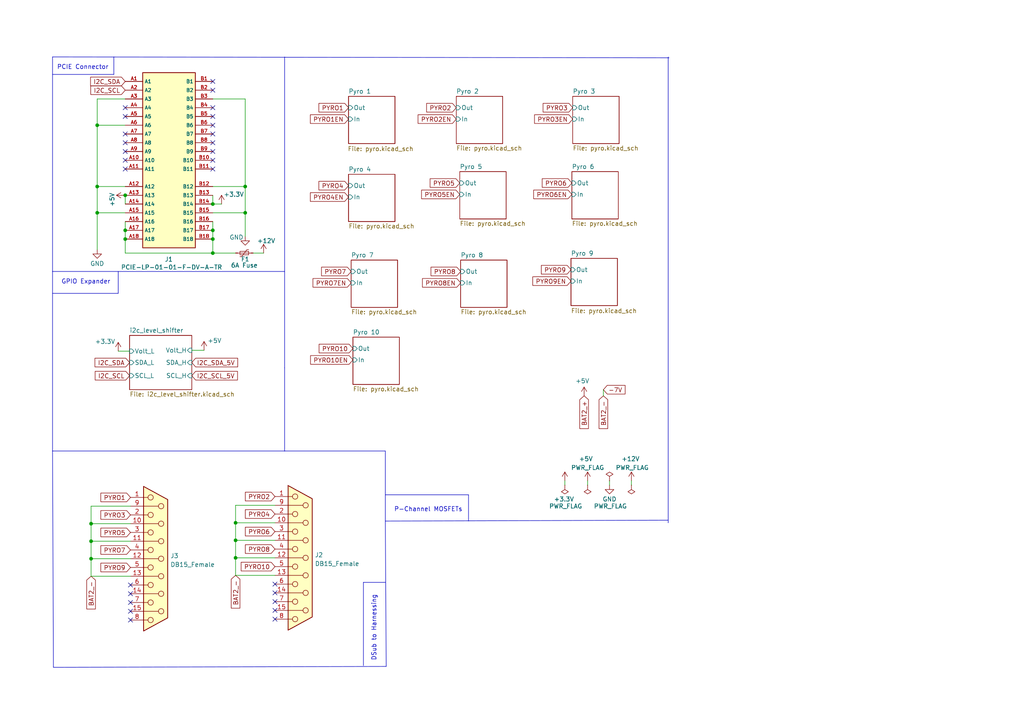
<source format=kicad_sch>
(kicad_sch (version 20230121) (generator eeschema)
  (paper "A4")
  (junction (at -118.364 52.832))
  (junction (at -80.772 125.984))
  (junction (at -70.612 140.208))
  (junction (at 36.322 69.342))
  (junction (at -80.772 12.192))
  (junction (at -80.772 50.292))
  (junction (at -106.172 17.272))
  (junction (at -106.172 12.192))
  (junction (at 61.722 59.182))
  (junction (at -59.182 119.888))
  (junction (at -106.172 47.752))
  (junction (at -80.772 29.972))
  (junction (at 61.722 66.802))
  (junction (at -118.364 75.692))
  (junction (at -68.58 85.852))
  (junction (at 26.416 156.972))
  (junction (at -62.484 1.778))
  (junction (at -118.364 85.852))
  (junction (at -106.172 -0.508))
  (junction (at -118.364 60.452))
  (junction (at -118.364 40.132))
  (junction (at 71.12 61.722))
  (junction (at -106.172 9.652))
  (junction (at -68.58 60.452))
  (junction (at 68.326 151.638))
  (junction (at -118.364 37.592))
  (junction (at -68.58 55.372))
  (junction (at 26.416 162.052))
  (junction (at -68.58 52.832))
  (junction (at 26.416 151.892))
  (junction (at -68.58 37.592))
  (junction (at -106.172 50.292))
  (junction (at -118.364 55.372))
  (junction (at -80.772 2.032))
  (junction (at -68.58 90.932))
  (junction (at -80.772 14.732))
  (junction (at 36.322 56.642))
  (junction (at -68.58 75.692))
  (junction (at 28.194 61.722))
  (junction (at 36.322 66.802))
  (junction (at -68.58 96.012))
  (junction (at -118.364 70.612))
  (junction (at -118.364 24.892))
  (junction (at -12.7 1.778))
  (junction (at 68.326 156.718))
  (junction (at -68.58 65.532))
  (junction (at -80.772 32.512))
  (junction (at -106.172 45.212))
  (junction (at -62.484 6.858))
  (junction (at -118.364 96.012))
  (junction (at 61.722 69.342))
  (junction (at -106.172 29.972))
  (junction (at -118.364 65.532))
  (junction (at -106.172 35.052))
  (junction (at -118.364 90.932))
  (junction (at -80.772 47.752))
  (junction (at 68.326 161.798))
  (junction (at -80.772 9.652))
  (junction (at -80.772 45.212))
  (junction (at -80.772 35.052))
  (junction (at -12.7 6.858))
  (junction (at -80.772 17.272))
  (junction (at -106.172 -3.048))
  (junction (at 61.722 73.406))
  (junction (at 71.12 54.102))
  (junction (at -106.172 2.032))
  (junction (at -106.172 32.512))
  (junction (at 28.194 54.102))
  (junction (at -80.772 -3.048))
  (junction (at -68.58 70.612))
  (junction (at -106.172 14.732))
  (junction (at 28.194 36.322))
  (junction (at -68.58 80.772))
  (junction (at -68.58 24.892))
  (junction (at -68.58 40.132))
  (junction (at -118.364 80.772))
  (junction (at -80.772 -0.508))
  (no_connect (at -50.292 34.798))
  (no_connect (at -24.892 29.718))
  (no_connect (at 61.722 26.162))
  (no_connect (at -80.772 88.392))
  (no_connect (at -50.292 14.478))
  (no_connect (at -50.292 52.578))
  (no_connect (at -50.292 60.198))
  (no_connect (at -24.892 24.638))
  (no_connect (at -80.772 73.152))
  (no_connect (at 79.756 177.038))
  (no_connect (at 61.722 46.482))
  (no_connect (at -24.892 -5.842))
  (no_connect (at -50.292 27.178))
  (no_connect (at -50.292 65.278))
  (no_connect (at -80.772 78.232))
  (no_connect (at -24.892 39.878))
  (no_connect (at 79.756 171.958))
  (no_connect (at 36.322 31.242))
  (no_connect (at 36.322 43.942))
  (no_connect (at 61.722 31.242))
  (no_connect (at 79.756 169.418))
  (no_connect (at -19.558 166.624))
  (no_connect (at -24.892 77.978))
  (no_connect (at 61.722 38.862))
  (no_connect (at -24.892 85.598))
  (no_connect (at 61.722 49.022))
  (no_connect (at 36.322 33.782))
  (no_connect (at -24.892 60.198))
  (no_connect (at 61.722 41.402))
  (no_connect (at -106.172 78.232))
  (no_connect (at 36.322 46.482))
  (no_connect (at -106.172 93.472))
  (no_connect (at -24.892 27.178))
  (no_connect (at -24.892 37.338))
  (no_connect (at -24.892 11.938))
  (no_connect (at -24.892 17.018))
  (no_connect (at -50.292 90.678))
  (no_connect (at -50.292 83.058))
  (no_connect (at -24.892 52.578))
  (no_connect (at -50.292 32.258))
  (no_connect (at -24.892 47.498))
  (no_connect (at -24.892 65.278))
  (no_connect (at -50.292 39.878))
  (no_connect (at -24.892 32.258))
  (no_connect (at -19.558 164.084))
  (no_connect (at -50.292 4.318))
  (no_connect (at -24.892 42.418))
  (no_connect (at 79.756 174.498))
  (no_connect (at 61.722 36.322))
  (no_connect (at -50.292 44.958))
  (no_connect (at 37.846 174.752))
  (no_connect (at -50.292 37.338))
  (no_connect (at -24.892 75.438))
  (no_connect (at -50.292 47.498))
  (no_connect (at -50.292 9.398))
  (no_connect (at -19.558 133.604))
  (no_connect (at -24.892 4.318))
  (no_connect (at -24.892 70.358))
  (no_connect (at -24.892 88.138))
  (no_connect (at -24.892 22.098))
  (no_connect (at -24.892 83.058))
  (no_connect (at 79.756 179.578))
  (no_connect (at -19.558 131.064))
  (no_connect (at -50.292 70.358))
  (no_connect (at -19.558 123.444))
  (no_connect (at -24.892 95.758))
  (no_connect (at 36.322 38.862))
  (no_connect (at -80.772 57.912))
  (no_connect (at 36.322 41.402))
  (no_connect (at -24.892 57.658))
  (no_connect (at -106.172 83.312))
  (no_connect (at 37.846 177.292))
  (no_connect (at -24.892 62.738))
  (no_connect (at -80.772 62.992))
  (no_connect (at 37.846 179.832))
  (no_connect (at -19.558 161.544))
  (no_connect (at -50.292 50.038))
  (no_connect (at -24.892 44.958))
  (no_connect (at -80.772 83.312))
  (no_connect (at 37.846 172.212))
  (no_connect (at -24.892 80.518))
  (no_connect (at -50.292 72.898))
  (no_connect (at 37.846 169.672))
  (no_connect (at -50.292 62.738))
  (no_connect (at -50.292 85.598))
  (no_connect (at -24.892 55.118))
  (no_connect (at -24.892 93.218))
  (no_connect (at -24.892 72.898))
  (no_connect (at -50.292 95.758))
  (no_connect (at -106.172 88.392))
  (no_connect (at -50.292 29.718))
  (no_connect (at -80.772 93.472))
  (no_connect (at -24.892 19.558))
  (no_connect (at 36.322 49.022))
  (no_connect (at -24.892 67.818))
  (no_connect (at -24.892 50.038))
  (no_connect (at -50.292 67.818))
  (no_connect (at -50.292 55.118))
  (no_connect (at -50.292 -0.762))
  (no_connect (at -50.292 93.218))
  (no_connect (at -50.292 80.518))
  (no_connect (at -50.292 42.418))
  (no_connect (at 61.722 43.942))
  (no_connect (at -50.292 11.938))
  (no_connect (at -24.892 90.678))
  (no_connect (at -50.292 77.978))
  (no_connect (at -24.892 9.398))
  (no_connect (at -106.172 68.072))
  (no_connect (at -50.292 22.098))
  (no_connect (at -106.172 73.152))
  (no_connect (at -50.292 75.438))
  (no_connect (at 61.722 33.782))
  (no_connect (at -24.892 34.798))
  (no_connect (at -80.772 68.072))
  (no_connect (at -19.558 128.524))
  (no_connect (at -50.292 57.658))
  (no_connect (at -50.292 17.018))
  (no_connect (at -24.892 -0.762))
  (no_connect (at 61.722 23.622))
  (no_connect (at -50.292 88.138))
  (no_connect (at -24.892 14.478))
  (no_connect (at -50.292 19.558))
  (no_connect (at -50.292 -5.842))
  (no_connect (at -50.292 24.638))
  (wire (pts (xy -68.58 65.532) (xy -68.58 70.612)))
  (wire (pts (xy 71.12 28.702) (xy 71.12 54.102)))
  (wire (pts (xy 37.846 146.812) (xy 26.416 146.812)))
  (wire (pts (xy -106.172 -0.508) (xy -106.172 2.032)))
  (wire (pts (xy -118.364 55.372) (xy -118.364 60.452)))
  (polyline (pts (xy 15.24 78.74) (xy 15.24 130.81)))
  (polyline (pts (xy 193.802 16.51) (xy 193.802 151.638)))
  (wire (pts (xy -12.7 1.778) (xy -24.892 1.778)))
  (wire (pts (xy -106.172 42.672) (xy -106.172 45.212)))
  (wire (pts (xy -80.772 -0.508) (xy -80.772 2.032)))
  (wire (pts (xy 68.326 151.638) (xy 79.756 151.638)))
  (wire (pts (xy 26.416 156.972) (xy 26.416 162.052)))
  (wire (pts (xy -12.7 -3.302) (xy -24.892 -3.302)))
  (wire (pts (xy -62.484 6.858) (xy -50.292 6.858)))
  (wire (pts (xy -80.772 27.432) (xy -80.772 29.972)))
  (wire (pts (xy -70.612 137.668) (xy -70.612 140.208)))
  (wire (pts (xy -80.772 17.272) (xy -80.772 19.812)))
  (wire (pts (xy 183.134 139.446) (xy 183.134 140.716)))
  (wire (pts (xy -80.772 47.752) (xy -80.772 50.292)))
  (wire (pts (xy -118.364 75.692) (xy -106.172 75.692)))
  (wire (pts (xy -68.58 52.832) (xy -68.58 55.372)))
  (wire (pts (xy 28.194 36.322) (xy 36.322 36.322)))
  (wire (pts (xy -66.294 119.888) (xy -64.262 119.888)))
  (wire (pts (xy -68.58 85.852) (xy -80.772 85.852)))
  (wire (pts (xy -68.58 85.852) (xy -68.58 90.932)))
  (wire (pts (xy -108.966 50.292) (xy -106.172 50.292)))
  (wire (pts (xy 68.326 161.798) (xy 68.326 166.878)))
  (wire (pts (xy -106.172 14.732) (xy -106.172 17.272)))
  (wire (pts (xy -68.58 55.372) (xy -80.772 55.372)))
  (polyline (pts (xy 15.24 16.51) (xy 15.24 78.74)))
  (wire (pts (xy 176.784 139.446) (xy 176.784 140.716)))
  (polyline (pts (xy 111.76 130.81) (xy 111.76 151.13)))
  (polyline (pts (xy 82.55 130.81) (xy 111.76 130.81)))
  (wire (pts (xy -106.172 7.112) (xy -106.172 9.652)))
  (wire (pts (xy -118.364 85.852) (xy -106.172 85.852)))
  (wire (pts (xy -80.772 9.652) (xy -80.772 12.192)))
  (wire (pts (xy -106.172 9.652) (xy -106.172 12.192)))
  (wire (pts (xy -61.214 128.524) (xy -50.038 128.524)))
  (wire (pts (xy 61.722 73.406) (xy 36.322 73.406)))
  (wire (pts (xy -118.364 55.372) (xy -106.172 55.372)))
  (polyline (pts (xy 15.24 130.81) (xy 15.494 193.548)))
  (wire (pts (xy 175.006 113.03) (xy 175.006 114.808)))
  (wire (pts (xy -106.172 52.832) (xy -118.364 52.832)))
  (wire (pts (xy 28.194 54.102) (xy 28.194 61.722)))
  (wire (pts (xy 170.434 140.716) (xy 170.434 139.446)))
  (wire (pts (xy -106.172 17.272) (xy -106.172 19.812)))
  (wire (pts (xy 73.406 73.406) (xy 76.454 73.406)))
  (polyline (pts (xy 15.24 85.09) (xy 34.29 85.09)))
  (wire (pts (xy 55.626 101.6) (xy 59.182 101.6)))
  (wire (pts (xy -61.214 140.208) (xy -61.214 128.524)))
  (wire (pts (xy -118.364 24.892) (xy -118.364 37.592)))
  (wire (pts (xy -118.364 60.452) (xy -106.172 60.452)))
  (wire (pts (xy 26.416 151.892) (xy 37.846 151.892)))
  (wire (pts (xy -106.172 29.972) (xy -106.172 32.512)))
  (polyline (pts (xy 135.89 143.51) (xy 135.89 151.13)))
  (wire (pts (xy -68.58 40.132) (xy -80.772 40.132)))
  (polyline (pts (xy 15.24 130.81) (xy 82.55 130.81)))
  (polyline (pts (xy 105.41 168.91) (xy 111.76 168.91)))
  (polyline (pts (xy 105.41 193.04) (xy 105.41 168.91)))
  (wire (pts (xy -80.772 35.052) (xy -76.962 35.052)))
  (wire (pts (xy 26.416 146.812) (xy 26.416 151.892)))
  (wire (pts (xy 79.756 146.558) (xy 68.326 146.558)))
  (wire (pts (xy 68.326 156.718) (xy 68.326 161.798)))
  (wire (pts (xy 26.416 156.972) (xy 37.846 156.972)))
  (wire (pts (xy -106.172 -3.048) (xy -106.172 -0.508)))
  (wire (pts (xy -80.772 2.032) (xy -80.772 4.572)))
  (wire (pts (xy -68.58 37.592) (xy -68.58 40.132)))
  (wire (pts (xy -68.58 60.452) (xy -80.772 60.452)))
  (wire (pts (xy -68.58 75.692) (xy -80.772 75.692)))
  (wire (pts (xy -109.22 35.052) (xy -106.172 35.052)))
  (wire (pts (xy 68.326 156.718) (xy 79.756 156.718)))
  (wire (pts (xy 28.194 61.722) (xy 28.194 72.39)))
  (wire (pts (xy 71.12 61.722) (xy 71.12 68.58)))
  (wire (pts (xy -68.58 60.452) (xy -68.58 65.532)))
  (wire (pts (xy -68.58 80.772) (xy -80.772 80.772)))
  (wire (pts (xy -118.364 65.532) (xy -118.364 70.612)))
  (wire (pts (xy -62.484 -3.302) (xy -50.292 -3.302)))
  (wire (pts (xy 28.194 54.102) (xy 36.322 54.102)))
  (wire (pts (xy 61.722 73.406) (xy 68.326 73.406)))
  (wire (pts (xy -80.772 45.212) (xy -80.772 47.752)))
  (polyline (pts (xy 15.24 78.74) (xy 82.55 78.74)))
  (wire (pts (xy 36.322 69.342) (xy 36.322 73.406)))
  (wire (pts (xy -68.58 22.352) (xy -68.58 24.892)))
  (wire (pts (xy 26.416 167.132) (xy 37.846 167.132)))
  (wire (pts (xy -50.038 119.888) (xy -50.038 123.444)))
  (wire (pts (xy -118.364 85.852) (xy -118.364 90.932)))
  (wire (pts (xy -59.182 117.348) (xy -59.182 119.888)))
  (wire (pts (xy -106.172 2.032) (xy -106.172 4.572)))
  (wire (pts (xy -106.172 27.432) (xy -106.172 29.972)))
  (wire (pts (xy -106.172 12.192) (xy -106.172 14.732)))
  (wire (pts (xy -118.364 37.592) (xy -106.172 37.592)))
  (wire (pts (xy -118.364 90.932) (xy -106.172 90.932)))
  (wire (pts (xy 36.322 56.642) (xy 36.322 59.182)))
  (wire (pts (xy 28.194 28.702) (xy 36.322 28.702)))
  (wire (pts (xy -106.172 45.212) (xy -106.172 47.752)))
  (wire (pts (xy 68.326 151.638) (xy 68.326 156.718)))
  (wire (pts (xy -77.724 140.208) (xy -75.692 140.208)))
  (wire (pts (xy 34.29 101.854) (xy 37.592 101.854)))
  (wire (pts (xy -106.172 32.512) (xy -106.172 35.052)))
  (wire (pts (xy 163.83 140.716) (xy 163.83 139.446)))
  (polyline (pts (xy 82.55 16.51) (xy 82.55 106.68)))
  (wire (pts (xy 28.194 28.702) (xy 28.194 36.322)))
  (wire (pts (xy 68.326 166.878) (xy 79.756 166.878)))
  (wire (pts (xy -59.182 119.888) (xy -50.038 119.888)))
  (wire (pts (xy -68.58 22.352) (xy -80.772 22.352)))
  (wire (pts (xy -68.58 65.532) (xy -80.772 65.532)))
  (wire (pts (xy -80.772 -3.048) (xy -80.772 -0.508)))
  (wire (pts (xy -12.7 1.778) (xy -12.7 6.858)))
  (wire (pts (xy 61.722 61.722) (xy 71.12 61.722)))
  (polyline (pts (xy 82.55 106.68) (xy 82.55 130.81)))
  (wire (pts (xy -80.772 52.832) (xy -68.58 52.832)))
  (wire (pts (xy 61.722 59.182) (xy 64.262 59.182)))
  (wire (pts (xy 61.722 64.262) (xy 61.722 66.802)))
  (wire (pts (xy -80.772 42.672) (xy -80.772 45.212)))
  (wire (pts (xy -68.58 75.692) (xy -68.58 70.612)))
  (wire (pts (xy 36.322 64.262) (xy 36.322 66.802)))
  (wire (pts (xy -80.772 125.984) (xy -50.038 125.984)))
  (wire (pts (xy -80.772 -5.588) (xy -80.772 -3.048)))
  (wire (pts (xy 61.722 28.702) (xy 71.12 28.702)))
  (wire (pts (xy -118.364 70.612) (xy -106.172 70.612)))
  (wire (pts (xy 28.194 61.722) (xy 36.322 61.722)))
  (wire (pts (xy -68.58 90.932) (xy -80.772 90.932)))
  (wire (pts (xy -118.364 40.132) (xy -106.172 40.132)))
  (wire (pts (xy -80.772 7.112) (xy -80.772 9.652)))
  (wire (pts (xy -118.364 80.772) (xy -118.364 75.692)))
  (wire (pts (xy 28.194 36.322) (xy 28.194 54.102)))
  (wire (pts (xy -87.884 125.984) (xy -85.852 125.984)))
  (wire (pts (xy -118.364 22.352) (xy -106.172 22.352)))
  (polyline (pts (xy 112.014 193.294) (xy 111.76 151.13)))
  (wire (pts (xy -106.172 47.752) (xy -106.172 50.292)))
  (polyline (pts (xy 15.494 193.548) (xy 112.014 193.294)))
  (wire (pts (xy 26.416 162.052) (xy 26.416 167.132)))
  (wire (pts (xy -118.364 52.832) (xy -118.364 40.132)))
  (wire (pts (xy -62.484 -3.302) (xy -62.484 1.778)))
  (wire (pts (xy -118.364 75.692) (xy -118.364 70.612)))
  (polyline (pts (xy 111.76 151.13) (xy 193.802 150.876)))
  (polyline (pts (xy 15.24 21.59) (xy 33.02 21.59)))
  (wire (pts (xy -80.772 24.892) (xy -68.58 24.892)))
  (wire (pts (xy -68.58 96.012) (xy -80.772 96.012)))
  (wire (pts (xy -62.484 1.778) (xy -50.292 1.778)))
  (wire (pts (xy -118.364 90.932) (xy -118.364 96.012)))
  (polyline (pts (xy 15.24 16.51) (xy 194.056 16.764)))
  (wire (pts (xy 68.326 146.558) (xy 68.326 151.638)))
  (wire (pts (xy 61.722 66.802) (xy 61.722 69.342)))
  (wire (pts (xy -68.58 37.592) (xy -80.772 37.592)))
  (wire (pts (xy -68.58 55.372) (xy -68.58 60.452)))
  (wire (pts (xy -12.7 6.858) (xy -24.892 6.858)))
  (wire (pts (xy -68.58 24.892) (xy -68.58 37.592)))
  (wire (pts (xy -118.364 22.352) (xy -118.364 24.892)))
  (wire (pts (xy 61.722 54.102) (xy 71.12 54.102)))
  (wire (pts (xy -68.58 80.772) (xy -68.58 85.852)))
  (polyline (pts (xy 111.76 143.51) (xy 135.89 143.51)))
  (wire (pts (xy -68.58 80.772) (xy -68.58 75.692)))
  (wire (pts (xy -68.58 90.932) (xy -68.58 96.012)))
  (wire (pts (xy -80.772 50.292) (xy -77.47 50.292)))
  (wire (pts (xy -80.772 123.444) (xy -80.772 125.984)))
  (wire (pts (xy 68.326 161.798) (xy 79.756 161.798)))
  (wire (pts (xy -118.364 65.532) (xy -106.172 65.532)))
  (wire (pts (xy -80.772 29.972) (xy -80.772 32.512)))
  (wire (pts (xy -12.7 -3.302) (xy -12.7 1.778)))
  (wire (pts (xy -68.58 52.832) (xy -68.58 40.132)))
  (wire (pts (xy -118.364 96.012) (xy -106.172 96.012)))
  (wire (pts (xy -68.58 70.612) (xy -80.772 70.612)))
  (wire (pts (xy -80.772 32.512) (xy -80.772 35.052)))
  (wire (pts (xy 36.322 66.802) (xy 36.322 69.342)))
  (wire (pts (xy -70.612 140.208) (xy -61.214 140.208)))
  (wire (pts (xy 61.722 56.642) (xy 61.722 59.182)))
  (wire (pts (xy -106.172 -5.588) (xy -106.172 -3.048)))
  (wire (pts (xy -62.484 1.778) (xy -62.484 6.858)))
  (wire (pts (xy -118.364 52.832) (xy -118.364 55.372)))
  (wire (pts (xy 26.416 151.892) (xy 26.416 156.972)))
  (wire (pts (xy -80.772 12.192) (xy -80.772 14.732)))
  (wire (pts (xy -106.172 24.892) (xy -118.364 24.892)))
  (polyline (pts (xy 34.29 85.09) (xy 34.29 78.74)))
  (wire (pts (xy -80.772 14.732) (xy -80.772 17.272)))
  (wire (pts (xy 71.12 54.102) (xy 71.12 61.722)))
  (wire (pts (xy 26.416 162.052) (xy 37.846 162.052)))
  (polyline (pts (xy 33.02 21.59) (xy 33.02 16.51)))
  (wire (pts (xy -118.364 60.452) (xy -118.364 65.532)))
  (wire (pts (xy -118.364 37.592) (xy -118.364 40.132)))
  (wire (pts (xy -118.364 80.772) (xy -106.172 80.772)))
  (wire (pts (xy -118.364 80.772) (xy -118.364 85.852)))
  (wire (pts (xy 61.722 69.342) (xy 61.722 73.406)))
  (text "GPIO Expander" (at 17.78 82.55 0) (effects (font (size 1.27 1.27)) (justify left bottom)))
  (text "P-Channel MOSFETs" (at 114.3 148.59 0) (effects (font (size 1.27 1.27)) (justify left bottom)))
  (text "DSub to Harnessing" (at 109.22 191.77 90) (effects (font (size 1.27 1.27)) (justify left bottom)))
  (text "PCIE Connector" (at 16.51 20.32 0) (effects (font (size 1.27 1.27)) (justify left bottom)))
  (global_label "PYRO3EN" (shape input) (at -19.558 151.384 0) (property "Intersheetrefs" "${INTERSHEET_REFS}" (effects hide)))
  (global_label "PYRO2EN" (shape input) (at -19.558 146.304 0) (property "Intersheetrefs" "${INTERSHEET_REFS}" (effects hide)))
  (global_label "PYRO7" (shape input) (at 37.846 159.512 180) (property "Intersheetrefs" "${INTERSHEET_REFS}" (effects hide)))
  (global_label "PYRO5EN" (shape input) (at -19.558 153.924 0) (property "Intersheetrefs" "${INTERSHEET_REFS}" (effects hide)))
  (global_label "PYRO3" (shape input) (at 37.846 149.352 180) (property "Intersheetrefs" "${INTERSHEET_REFS}" (effects hide)))
  (global_label "BAT2_+" (shape input) (at 169.418 114.808 270) (property "Intersheetrefs" "${INTERSHEET_REFS}" (effects hide)))
  (global_label "I2C_SDA" (shape input) (at 37.592 105.156 180) (property "Intersheetrefs" "${INTERSHEET_REFS}" (effects hide)))
  (global_label "BAT2_+" (shape input) (at -106.172 -5.588 180) (property "Intersheetrefs" "${INTERSHEET_REFS}" (effects hide)))
  (global_label "BAT2_-" (shape input) (at -80.772 7.112 0) (property "Intersheetrefs" "${INTERSHEET_REFS}" (effects hide)))
  (global_label "BAT2_-" (shape input) (at -106.172 7.112 180) (property "Intersheetrefs" "${INTERSHEET_REFS}" (effects hide)))
  (global_label "PYRO1EN" (shape input) (at -19.558 148.844 0) (property "Intersheetrefs" "${INTERSHEET_REFS}" (effects hide)))
  (global_label "I2C_SCL" (shape input) (at 37.592 108.966 180) (property "Intersheetrefs" "${INTERSHEET_REFS}" (effects hide)))
  (global_label "PYRO10EN" (shape input) (at 102.362 104.394 180) (property "Intersheetrefs" "${INTERSHEET_REFS}" (effects hide)))
  (global_label "I2C_SDA_5V" (shape input) (at 55.626 105.156 0) (property "Intersheetrefs" "${INTERSHEET_REFS}" (effects hide)))
  (global_label "PYRO5" (shape input) (at 133.35 53.086 180) (property "Intersheetrefs" "${INTERSHEET_REFS}" (effects hide)))
  (global_label "PYRO4EN" (shape input) (at 101.092 57.15 180) (property "Intersheetrefs" "${INTERSHEET_REFS}" (effects hide)))
  (global_label "BAT2_+" (shape input) (at -80.772 -5.588 0) (property "Intersheetrefs" "${INTERSHEET_REFS}" (effects hide)))
  (global_label "PYRO1" (shape input) (at 101.092 31.242 180) (property "Intersheetrefs" "${INTERSHEET_REFS}" (effects hide)))
  (global_label "PYRO8" (shape input) (at 79.756 159.258 180) (property "Intersheetrefs" "${INTERSHEET_REFS}" (effects hide)))
  (global_label "PYRO7" (shape input) (at 101.854 78.74 180) (property "Intersheetrefs" "${INTERSHEET_REFS}" (effects hide)))
  (global_label "I2C_SDA" (shape input) (at -50.038 136.144 180) (property "Intersheetrefs" "${INTERSHEET_REFS}" (effects hide)))
  (global_label "I2C_SDA" (shape input) (at 36.322 23.622 180) (property "Intersheetrefs" "${INTERSHEET_REFS}" (effects hide)))
  (global_label "PYRO8EN" (shape input) (at 133.604 82.042 180) (property "Intersheetrefs" "${INTERSHEET_REFS}" (effects hide)))
  (global_label "PYRO9EN" (shape input) (at 165.608 81.534 180) (property "Intersheetrefs" "${INTERSHEET_REFS}" (effects hide)))
  (global_label "-7V" (shape input) (at 175.006 113.03 0) (property "Intersheetrefs" "${INTERSHEET_REFS}" (effects hide)))
  (global_label "PYRO9" (shape input) (at 165.608 78.232 180) (property "Intersheetrefs" "${INTERSHEET_REFS}" (effects hide)))
  (global_label "PYRO2" (shape input) (at 79.756 144.018 180) (property "Intersheetrefs" "${INTERSHEET_REFS}" (effects hide)))
  (global_label "PYRO1EN" (shape input) (at 101.092 34.544 180) (property "Intersheetrefs" "${INTERSHEET_REFS}" (effects hide)))
  (global_label "3.3V" (shape input) (at -70.612 135.128 0) (property "Intersheetrefs" "${INTERSHEET_REFS}" (effects hide)))
  (global_label "PYRO4" (shape input) (at 101.092 53.848 180) (property "Intersheetrefs" "${INTERSHEET_REFS}" (effects hide)))
  (global_label "PYRO10" (shape input) (at 102.362 101.092 180) (property "Intersheetrefs" "${INTERSHEET_REFS}" (effects hide)))
  (global_label "I2C_SCL_5V" (shape input) (at 55.626 108.966 0) (property "Intersheetrefs" "${INTERSHEET_REFS}" (effects hide)))
  (global_label "BAT2_-" (shape input) (at 26.416 167.132 270) (property "Intersheetrefs" "${INTERSHEET_REFS}" (effects hide)))
  (global_label "PYRO10" (shape input) (at 79.756 164.338 180) (property "Intersheetrefs" "${INTERSHEET_REFS}" (effects hide)))
  (global_label "3.3V" (shape input) (at -59.182 114.808 0) (property "Intersheetrefs" "${INTERSHEET_REFS}" (effects hide)))
  (global_label "I2C_SCL" (shape input) (at -50.038 133.604 180) (property "Intersheetrefs" "${INTERSHEET_REFS}" (effects hide)))
  (global_label "I2C_SCL" (shape input) (at 36.322 26.162 180) (property "Intersheetrefs" "${INTERSHEET_REFS}" (effects hide)))
  (global_label "PYRO10EN" (shape input) (at -19.558 136.144 0) (property "Intersheetrefs" "${INTERSHEET_REFS}" (effects hide)))
  (global_label "I2C_SCL" (shape input) (at -106.172 62.992 180) (property "Intersheetrefs" "${INTERSHEET_REFS}" (effects hide)))
  (global_label "PYRO7EN" (shape input) (at -19.558 156.464 0) (property "Intersheetrefs" "${INTERSHEET_REFS}" (effects hide)))
  (global_label "PYRO3" (shape input) (at 166.116 31.242 180) (property "Intersheetrefs" "${INTERSHEET_REFS}" (effects hide)))
  (global_label "PYRO6EN" (shape input) (at 165.862 56.388 180) (property "Intersheetrefs" "${INTERSHEET_REFS}" (effects hide)))
  (global_label "PYRO6EN" (shape input) (at -19.558 141.224 0) (property "Intersheetrefs" "${INTERSHEET_REFS}" (effects hide)))
  (global_label "I2C_SDA" (shape input) (at -106.172 57.912 180) (property "Intersheetrefs" "${INTERSHEET_REFS}" (effects hide)))
  (global_label "PYRO4EN" (shape input) (at -19.558 143.764 0) (property "Intersheetrefs" "${INTERSHEET_REFS}" (effects hide)))
  (global_label "PYRO9" (shape input) (at 37.846 164.592 180) (property "Intersheetrefs" "${INTERSHEET_REFS}" (effects hide)))
  (global_label "PYRO8" (shape input) (at 133.604 78.74 180) (property "Intersheetrefs" "${INTERSHEET_REFS}" (effects hide)))
  (global_label "PYRO6" (shape input) (at 165.862 53.086 180) (property "Intersheetrefs" "${INTERSHEET_REFS}" (effects hide)))
  (global_label "PYRO8EN" (shape input) (at -19.558 138.684 0) (property "Intersheetrefs" "${INTERSHEET_REFS}" (effects hide)))
  (global_label "PYRO3EN" (shape input) (at 166.116 34.544 180) (property "Intersheetrefs" "${INTERSHEET_REFS}" (effects hide)))
  (global_label "PYRO7EN" (shape input) (at 101.854 82.042 180) (property "Intersheetrefs" "${INTERSHEET_REFS}" (effects hide)))
  (global_label "PYRO5EN" (shape input) (at 133.35 56.388 180) (property "Intersheetrefs" "${INTERSHEET_REFS}" (effects hide)))
  (global_label "PYRO2EN" (shape input) (at 132.334 34.544 180) (property "Intersheetrefs" "${INTERSHEET_REFS}" (effects hide)))
  (global_label "PYRO1" (shape input) (at 37.846 144.272 180) (property "Intersheetrefs" "${INTERSHEET_REFS}" (effects hide)))
  (global_label "PYRO6" (shape input) (at 79.756 154.178 180) (property "Intersheetrefs" "${INTERSHEET_REFS}" (effects hide)))
  (global_label "BAT2_-" (shape input) (at 68.326 166.878 270) (property "Intersheetrefs" "${INTERSHEET_REFS}" (effects hide)))
  (global_label "BAT2_-" (shape input) (at 175.006 114.808 270) (property "Intersheetrefs" "${INTERSHEET_REFS}" (effects hide)))
  (global_label "3.3V" (shape input) (at -80.772 120.904 0) (property "Intersheetrefs" "${INTERSHEET_REFS}" (effects hide)))
  (global_label "PYRO5" (shape input) (at 37.846 154.432 180) (property "Intersheetrefs" "${INTERSHEET_REFS}" (effects hide)))
  (global_label "PYRO4" (shape input) (at 79.756 149.098 180) (property "Intersheetrefs" "${INTERSHEET_REFS}" (effects hide)))
  (global_label "PYRO9EN" (shape input) (at -19.558 159.004 0) (property "Intersheetrefs" "${INTERSHEET_REFS}" (effects hide)))
  (global_label "PYRO2" (shape input) (at 132.334 31.242 180) (property "Intersheetrefs" "${INTERSHEET_REFS}" (effects hide)))
  (symbol (lib_id "power:PWR_FLAG") (at 183.134 140.716 180) (unit 1)
    (property "Reference" "#FLG0101" (effects hide))
    (property "Value" "PWR_FLAG" (at 183.388 135.636 0))
  )
  (symbol (lib_id "power:PWR_FLAG") (at 163.83 140.716 180) (unit 1)
    (property "Reference" "#FLG01" (effects hide))
    (property "Value" "PWR_FLAG" (at 164.084 146.812 0))
  )
  (symbol (lib_id "power:+3.3V") (at -108.966 50.292 0) (unit 1)
    (property "Reference" "#PWR022" (effects hide))
    (property "Value" "+3.3V" (at -112.522 47.498 0))
  )
  (symbol (lib_id "Connector:DB15_Female") (at 45.466 162.052 0) (unit 1)
    (property "Reference" "J3" (at 49.403 161.2173 0) (effects (justify left)))
    (property "Value" "DB15_Female" (at 49.403 163.7542 0) (effects (justify left)))
    (property "Footprint" "Connector_Dsub:DSUB-15_Female_Horizontal_P2.77x2.84mm_EdgePinOffset7.70mm_Housed_MountingHolesOffset9.12mm" (effects hide))
    (property "Datasheet" " ~" (effects hide))
  )
  (symbol (lib_id "power:GND") (at -68.58 96.012 0) (mirror y) (unit 1)
    (property "Reference" "#PWR018" (effects hide))
    (property "Value" "GND" (at -68.58 101.092 0))
  )
  (symbol (lib_id "power:GND") (at -77.724 140.208 0) (unit 1)
    (property "Reference" "#PWR028" (effects hide))
    (property "Value" "GND" (at -77.724 144.018 0))
  )
  (symbol (lib_id "power:+5V") (at -109.22 35.052 0) (unit 1)
    (property "Reference" "#PWR023" (effects hide))
    (property "Value" "+5V" (at -110.49 31.242 0))
  )
  (symbol (lib_id "power:+3.3V") (at 34.29 101.854 0) (unit 1)
    (property "Reference" "#PWR015" (effects hide))
    (property "Value" "+3.3V" (at 30.48 99.06 0))
  )
  (symbol (lib_id "power:+3.3V") (at 163.83 139.446 0) (unit 1)
    (property "Reference" "#PWR01" (effects hide))
    (property "Value" "+3.3V" (at 163.576 144.78 0))
  )
  (symbol (lib_id "power:+3.3V") (at -77.47 50.292 0) (unit 1)
    (property "Reference" "#PWR021" (effects hide))
    (property "Value" "+3.3V" (at -73.914 47.498 0))
  )
  (symbol (lib_id "Connector:DB15_Female") (at 87.376 161.798 0) (unit 1)
    (property "Reference" "J2" (at 91.313 160.9633 0) (effects (justify left)))
    (property "Value" "DB15_Female" (at 91.313 163.5002 0) (effects (justify left)))
    (property "Footprint" "Connector_Dsub:DSUB-15_Female_Horizontal_P2.77x2.84mm_EdgePinOffset7.70mm_Housed_MountingHolesOffset9.12mm" (effects hide))
    (property "Datasheet" " ~" (effects hide))
  )
  (symbol (lib_id "Device:R_Small") (at -83.312 125.984 90) (unit 1)
    (property "Reference" "R9" (at -90.678 122.936 90))
    (property "Value" "10k" (at -91.186 124.714 90))
    (property "Footprint" "Resistor_SMD:R_0603_1608Metric" (effects hide))
  )
  (symbol (lib_id "power:GND") (at 71.12 68.58 0) (unit 1)
    (property "Reference" "#PWR014" (effects hide))
    (property "Value" "GND" (at 68.58 68.834 0))
  )
  (symbol (lib_id "PCIE-164-02-X-D-TH:PCIE-164-02-X-D-TH") (at -37.592 44.958 0) (unit 2)
    (property "Reference" "J6" (at -37.592 -12.0818 0))
    (property "Value" "PCIE-164-02-X-D-TH" (at -37.592 -9.5449 0))
    (property "Footprint" "PCIE-164-02-X-D-TH:SAMTEC_PCIE-164-02-X-D-TH" (effects hide))
    (property "MF" "Samtec" (effects hide))
    (property "DESCRIPTION" "164 Position Female Connector PCI Express™ Gold 0.039 (1.00mm) Black" (effects hide))
    (property "PACKAGE" "None" (effects hide))
    (property "PRICE" "None" (effects hide))
    (property "Package" "None" (effects hide))
    (property "Check_prices" "https://www.snapeda.com/parts/PCIE-164-02-F-D-TH/Samtec+Inc./view-part/?ref=eda" (effects hide))
    (property "Price" "None" (effects hide))
    (property "SnapEDA_Link" "https://www.snapeda.com/parts/PCIE-164-02-F-D-TH/Samtec+Inc./view-part/?ref=snap" (effects hide))
    (property "MP" "PCIE-164-02-F-D-TH" (effects hide))
    (property "Purchase-URL" "https://www.snapeda.com/api/url_track_click_mouser/?unipart_id=378864&manufacturer=Samtec&part_name=PCIE-164-02-F-D-TH&search_term=pcie-164-02-f-d-th" (effects hide))
    (property "Availability" "In Stock" (effects hide))
    (property "AVAILABILITY" "Warning" (effects hide))
    (property "Description" "\n164 Position Female Connector PCI Express™ Gold 0.039 (1.00mm) Black\n" (effects hide))
  )
  (symbol (lib_id "power:GND") (at 28.194 72.39 0) (unit 1)
    (property "Reference" "#PWR03" (effects hide))
    (property "Value" "GND" (at 28.194 76.454 0))
  )
  (symbol (lib_id "Connector:Conn_01x02_Male") (at -85.852 120.904 0) (unit 1)
    (property "Reference" "J7" (at -83.566 116.078 0))
    (property "Value" "Conn_01x02_Male" (at -86.36 117.856 0))
    (property "Footprint" "Connector_PinHeader_2.54mm:PinHeader_1x02_P2.54mm_Vertical" (effects hide))
  )
  (symbol (lib_id "Device:Polyfuse_Small") (at 70.866 73.406 90) (unit 1)
    (property "Reference" "F1" (at 71.12 75.184 90))
    (property "Value" "6A Fuse" (at 70.866 76.962 90))
    (property "Footprint" "Fuse:Fuse_2920_7451Metric" (effects hide))
  )
  (symbol (lib_id "Device:R_Small") (at -73.152 140.208 90) (unit 1)
    (property "Reference" "R10" (at -80.518 137.16 90))
    (property "Value" "10k" (at -81.026 138.938 90))
    (property "Footprint" "Resistor_SMD:R_0603_1608Metric" (effects hide))
  )
  (symbol (lib_id "power:+12V") (at 76.454 73.406 0) (unit 1)
    (property "Reference" "#PWR013" (effects hide))
    (property "Value" "+12V" (at 77.216 69.85 0))
  )
  (symbol (lib_id "power:PWR_FLAG") (at 176.784 139.446 0) (unit 1)
    (property "Reference" "#FLG03" (effects hide))
    (property "Value" "PWR_FLAG" (at 177.038 146.812 0))
  )
  (symbol (lib_id "Device:R_Small") (at -61.722 119.888 90) (unit 1)
    (property "Reference" "R13" (at -69.088 116.84 90))
    (property "Value" "10k" (at -69.596 118.618 90))
    (property "Footprint" "Resistor_SMD:R_0603_1608Metric" (effects hide))
  )
  (symbol (lib_id "power:GND") (at -62.484 6.858 0) (unit 1)
    (property "Reference" "#PWR019" (effects hide))
    (property "Value" "GND" (at -62.484 11.938 0))
  )
  (symbol (lib_id "power:GND") (at -87.884 125.984 0) (unit 1)
    (property "Reference" "#PWR027" (effects hide))
    (property "Value" "GND" (at -87.884 129.794 0))
  )
  (symbol (lib_id "power:+5V") (at -19.558 118.364 0) (unit 1)
    (property "Reference" "#PWR025" (effects hide))
    (property "Value" "+5V" (at -16.51 115.57 0))
  )
  (symbol (lib_id "power:+5V") (at 170.434 139.446 0) (unit 1)
    (property "Reference" "#PWR04" (effects hide))
    (property "Value" "+5V" (at 169.926 133.096 0))
  )
  (symbol (lib_id "power:+5V") (at 169.418 114.808 0) (unit 1)
    (property "Reference" "#PWR010" (effects hide))
    (property "Value" "+5V" (at 168.91 110.49 0))
  )
  (symbol (lib_id "power:+5V") (at 36.322 56.642 90) (unit 1)
    (property "Reference" "#PWR046" (effects hide))
    (property "Value" "+5V" (at 32.512 57.912 0))
  )
  (symbol (lib_id "power:PWR_FLAG") (at 170.434 140.716 180) (unit 1)
    (property "Reference" "#FLG02" (effects hide))
    (property "Value" "PWR_FLAG" (at 170.434 135.636 0))
  )
  (symbol (lib_id "power:+3.3V") (at 64.262 59.182 0) (unit 1)
    (property "Reference" "#PWR02" (effects hide))
    (property "Value" "+3.3V" (at 67.818 56.388 0))
  )
  (symbol (lib_id "power:+5V") (at 59.182 101.6 0) (unit 1)
    (property "Reference" "#PWR016" (effects hide))
    (property "Value" "+5V" (at 62.23 98.806 0))
  )
  (symbol (lib_id "PCF8575DW:PCF8575DW") (at -34.798 143.764 0) (unit 1)
    (property "Reference" "U1" (at -34.798 111.6797 0))
    (property "Value" "PCF8575DW" (at -34.798 114.1039 0))
    (property "Footprint" "PCF8575DW:SOIC127P1030X265-24N" (effects hide))
    (property "MF" "Texas Instruments" (effects hide))
    (property "MAXIMUM_PACKAGE_HEIGHT" "2.65mm" (effects hide))
    (property "Package" "SOIC-24 Texas Instruments" (effects hide))
    (property "Price" "None" (effects hide))
    (property "Check_prices" "https://www.snapeda.com/parts/PCF8575DW/Texas+Instruments/view-part/?ref=eda" (effects hide))
    (property "STANDARD" "IPC-7351B" (effects hide))
    (property "PARTREV" "H" (effects hide))
    (property "SnapEDA_Link" "https://www.snapeda.com/parts/PCF8575DW/Texas+Instruments/view-part/?ref=snap" (effects hide))
    (property "MP" "PCF8575DW" (effects hide))
    (property "Purchase-URL" "https://www.snapeda.com/api/url_track_click_mouser/?unipart_id=48865&manufacturer=Texas Instruments&part_name=PCF8575DW&search_term=None" (effects hide))
    (property "Description" "\n16-bit 2.5- to 5.5-V I2C/SMBus I/O expander with interrupt\n" (effects hide))
    (property "Availability" "In Stock" (effects hide))
    (property "MANUFACTURER" "Texas Instruments" (effects hide))
  )
  (symbol (lib_id "Connector:Conn_01x02_Male") (at -75.692 135.128 0) (unit 1)
    (property "Reference" "J8" (at -73.406 130.302 0))
    (property "Value" "Conn_01x02_Male" (at -76.2 132.08 0))
    (property "Footprint" "Connector_PinHeader_2.54mm:PinHeader_1x02_P2.54mm_Vertical" (effects hide))
  )
  (symbol (lib_id "power:GND") (at -12.7 6.858 0) (mirror y) (unit 1)
    (property "Reference" "#PWR020" (effects hide))
    (property "Value" "GND" (at -12.7 11.938 0))
  )
  (symbol (lib_id "power:+5V") (at -76.962 35.052 0) (unit 1)
    (property "Reference" "#PWR024" (effects hide))
    (property "Value" "+5V" (at -74.422 31.75 0))
  )
  (symbol (lib_id "power:GND") (at 176.784 140.716 0) (unit 1)
    (property "Reference" "#PWR09" (effects hide))
    (property "Value" "GND" (at 176.784 144.78 0))
  )
  (symbol (lib_id "power:+12V") (at 183.134 139.446 0) (unit 1)
    (property "Reference" "#PWR0101" (effects hide))
    (property "Value" "+12V" (at 182.88 133.096 0))
  )
  (symbol (lib_id "PCIE_Card_Edge:PCIE-LP-01-01-F-DV-A-TR_(card_edge)") (at 47.752 75.692 0) (unit 1)
    (property "Reference" "J1" (at 47.752 75.946 0) (effects (justify left bottom)))
    (property "Value" "PCIE-LP-01-01-F-DV-A-TR" (at 35.052 78.232 0) (effects (justify left bottom)))
    (property "Footprint" "Connector_PCBEdge:BUS_PCIexpress_x1" (effects hide))
    (property "MAXIMUM_PACKAGE_HEIGHT" "8.13mm" (effects hide))
    (property "STANDARD" "Manufacturer Recommendations" (effects hide))
    (property "PARTREV" "B" (effects hide))
    (property "MANUFACTURER" "Samtec" (effects hide))
  )
  (symbol (lib_id "Connector:Conn_01x02_Male") (at -64.262 114.808 0) (unit 1)
    (property "Reference" "J9" (at -61.976 109.982 0))
    (property "Value" "Conn_01x02_Male" (at -64.77 111.76 0))
    (property "Footprint" "Connector_PinHeader_2.54mm:PinHeader_1x02_P2.54mm_Vertical" (effects hide))
  )
  (symbol (lib_id "power:GND") (at -19.558 171.704 0) (unit 1)
    (property "Reference" "#PWR026" (effects hide))
    (property "Value" "GND" (at -19.558 175.514 0))
  )
  (symbol (lib_id "power:GND") (at -66.294 119.888 0) (unit 1)
    (property "Reference" "#PWR029" (effects hide))
    (property "Value" "GND" (at -66.294 123.698 0))
  )
  (symbol (lib_id "power:GND") (at -118.364 96.012 0) (unit 1)
    (property "Reference" "#PWR017" (effects hide))
    (property "Value" "GND" (at -118.364 101.092 0))
  )
  (symbol (lib_id "PCIE-164-02-X-D-TH:PCIE-164-02-X-D-TH") (at -93.472 45.212 0) (unit 1)
    (property "Reference" "J6" (at -93.472 -11.8278 0))
    (property "Value" "PCIE-164-02-X-D-TH" (at -93.472 -9.2909 0))
    (property "Footprint" "PCIE-164-02-X-D-TH:SAMTEC_PCIE-164-02-X-D-TH" (effects hide))
    (property "MF" "Samtec" (effects hide))
    (property "DESCRIPTION" "164 Position Female Connector PCI Express™ Gold 0.039 (1.00mm) Black" (effects hide))
    (property "PACKAGE" "None" (effects hide))
    (property "PRICE" "None" (effects hide))
    (property "Package" "None" (effects hide))
    (property "Check_prices" "https://www.snapeda.com/parts/PCIE-164-02-F-D-TH/Samtec+Inc./view-part/?ref=eda" (effects hide))
    (property "Price" "None" (effects hide))
    (property "SnapEDA_Link" "https://www.snapeda.com/parts/PCIE-164-02-F-D-TH/Samtec+Inc./view-part/?ref=snap" (effects hide))
    (property "MP" "PCIE-164-02-F-D-TH" (effects hide))
    (property "Purchase-URL" "https://www.snapeda.com/api/url_track_click_mouser/?unipart_id=378864&manufacturer=Samtec&part_name=PCIE-164-02-F-D-TH&search_term=pcie-164-02-f-d-th" (effects hide))
    (property "Availability" "In Stock" (effects hide))
    (property "AVAILABILITY" "Warning" (effects hide))
    (property "Description" "\n164 Position Female Connector PCI Express™ Gold 0.039 (1.00mm) Black\n" (effects hide))
  )
  (sheet (at 102.362 97.79) (size 13.462 13.716) (stroke (width 0.1524))
    (property "Sheetname" "Pyro 10" (at 102.362 97.0784 0) (effects (justify left bottom)))
    (property "Sheetfile" "pyro.kicad_sch" (at 102.362 112.0906 0) (effects (justify left top)))
    (pin "Out" input (at 102.362 101.092 180))
    (pin "In" input (at 102.362 104.394 180))
  )
  (sheet (at 165.608 74.93) (size 13.462 13.716) (stroke (width 0.1524))
    (property "Sheetname" "Pyro 9" (at 165.608 74.2184 0) (effects (justify left bottom)))
    (property "Sheetfile" "pyro.kicad_sch" (at 165.608 89.408 0) (effects (justify left top)))
    (pin "Out" input (at 165.608 78.232 180))
    (pin "In" input (at 165.608 81.534 180))
  )
  (sheet (at 37.592 97.282) (size 18.034 15.748) (stroke (width 0.1524))
    (property "Sheetname" "i2c_level_shifter" (at 37.592 96.5704 0) (effects (justify left bottom)))
    (property "Sheetfile" "i2c_level_shifter.kicad_sch" (at 37.592 113.6146 0) (effects (justify left top)))
    (pin "Volt_H" input (at 55.626 101.6 0))
    (pin "SDA_H" input (at 55.626 105.156 0))
    (pin "Volt_L" input (at 37.592 101.854 180))
    (pin "SCL_H" input (at 55.626 108.966 0))
    (pin "SCL_L" input (at 37.592 108.966 180))
    (pin "SDA_L" input (at 37.592 105.156 180))
  )
  (sheet (at 101.092 50.546) (size 13.462 13.716) (stroke (width 0.1524))
    (property "Sheetname" "Pyro 4" (at 101.092 49.8344 0) (effects (justify left bottom)))
    (property "Sheetfile" "pyro.kicad_sch" (at 101.092 64.8466 0) (effects (justify left top)))
    (pin "Out" input (at 101.092 53.848 180))
    (pin "In" input (at 101.092 57.15 180))
  )
  (sheet (at 101.092 27.94) (size 13.462 13.716) (stroke (width 0.1524))
    (property "Sheetname" "Pyro 1" (at 101.092 27.2284 0) (effects (justify left bottom)))
    (property "Sheetfile" "pyro.kicad_sch" (at 100.838 42.418 0) (effects (justify left top)))
    (pin "Out" input (at 101.092 31.242 180))
    (pin "In" input (at 101.092 34.544 180))
  )
  (sheet (at 166.116 27.94) (size 13.462 13.716) (stroke (width 0.1524))
    (property "Sheetname" "Pyro 3" (at 166.116 27.2284 0) (effects (justify left bottom)))
    (property "Sheetfile" "pyro.kicad_sch" (at 166.116 42.2406 0) (effects (justify left top)))
    (pin "Out" input (at 166.116 31.242 180))
    (pin "In" input (at 166.116 34.544 180))
  )
  (sheet (at 132.334 27.94) (size 13.462 13.716) (stroke (width 0.1524))
    (property "Sheetname" "Pyro 2" (at 132.334 27.2284 0) (effects (justify left bottom)))
    (property "Sheetfile" "pyro.kicad_sch" (at 132.334 42.2406 0) (effects (justify left top)))
    (pin "Out" input (at 132.334 31.242 180))
    (pin "In" input (at 132.334 34.544 180))
  )
  (sheet (at 165.862 49.784) (size 13.462 13.716) (stroke (width 0.1524))
    (property "Sheetname" "Pyro 6" (at 165.862 49.0724 0) (effects (justify left bottom)))
    (property "Sheetfile" "pyro.kicad_sch" (at 165.862 64.0846 0) (effects (justify left top)))
    (pin "Out" input (at 165.862 53.086 180))
    (pin "In" input (at 165.862 56.388 180))
  )
  (sheet (at 133.35 49.784) (size 13.462 13.716) (stroke (width 0.1524))
    (property "Sheetname" "Pyro 5" (at 133.35 49.0724 0) (effects (justify left bottom)))
    (property "Sheetfile" "pyro.kicad_sch" (at 133.35 64.0846 0) (effects (justify left top)))
    (pin "Out" input (at 133.35 53.086 180))
    (pin "In" input (at 133.35 56.388 180))
  )
  (sheet (at 101.854 75.438) (size 13.462 13.716) (stroke (width 0.1524))
    (property "Sheetname" "Pyro 7" (at 101.854 74.7264 0) (effects (justify left bottom)))
    (property "Sheetfile" "pyro.kicad_sch" (at 101.854 89.7386 0) (effects (justify left top)))
    (pin "Out" input (at 101.854 78.74 180))
    (pin "In" input (at 101.854 82.042 180))
  )
  (sheet (at 133.604 75.438) (size 13.462 13.716) (stroke (width 0.1524))
    (property "Sheetname" "Pyro 8" (at 133.604 74.7264 0) (effects (justify left bottom)))
    (property "Sheetfile" "pyro.kicad_sch" (at 133.604 89.7386 0) (effects (justify left top)))
    (pin "Out" input (at 133.604 78.74 180))
    (pin "In" input (at 133.604 82.042 180))
  )
)
</source>
